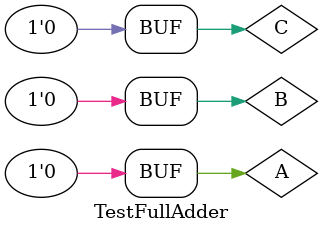
<source format=v>
module TestFullAdder();

// Registers for the inputs.
reg A, B, Cin;

// Wires for the outputs.
wire S, Cout;

// Instantiate the Module
FullAdder uut (
    .A(A),
    .B(B),
    .Cin(Cin),
    .S(S),
    .Cout(Cout)
);

// Execute the TestBench
initial begin
  A = 1'b0;
  B = 1'b0;
  C = 1'b0;
  #20;
  A = 1'b0;
  B = 1'b0;
  C = 1'b1;
  #20;
  A = 1'b0;
  B = 1'b1;
  C = 1'b0;
  #20;
  A = 1'b0;
  B = 1'b1;
  C = 1'b1;
  #20;
  A = 1'b1;
  B = 1'b0;
  C = 1'b0;
  #20;
  A = 1'b1;
  B = 1'b0;
  C = 1'b1;
  #20;
  A = 1'b1;
  B = 1'b1;
  C = 1'b0;
  #20;
  A = 1'b1;
  B = 1'b1;
  C = 1'b1;
  #20;
  A = 1'b0;
  B = 1'b0;
  C = 1'b0;
  
end

endmodule

</source>
